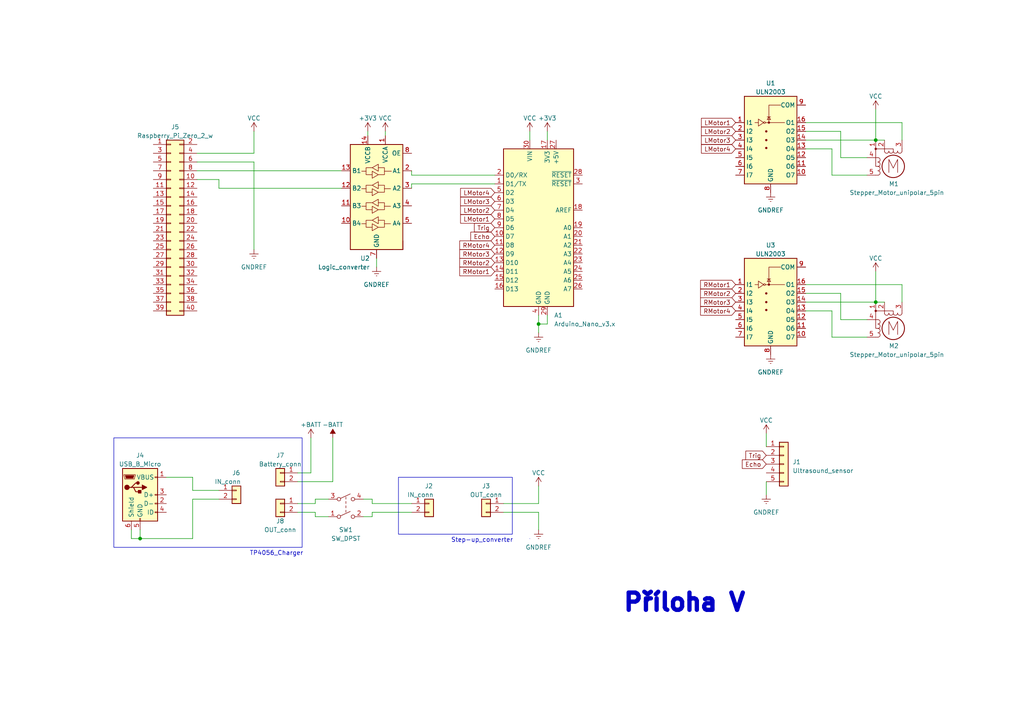
<source format=kicad_sch>
(kicad_sch (version 20230121) (generator eeschema)
  (paper "A4")
  (title_block (title "Schéma zapojení hardwaru") (date "2023-04-26"))
  (lib_symbols
    (symbol "Connector:USB_B_Micro" (pin_names (offset 1.016))
      (property "Reference" "J" (at -5.08 11.43 0))
      (property "Value" "USB_B_Micro" (at -5.08 8.89 0))
      (symbol "USB_B_Micro_0_1"
        (rectangle (start -5.08 -7.62) (end 5.08 7.62) (stroke (width 0.254)) (fill (type background)))
        (circle (center -3.81 2.159) (radius 0.635) (stroke (width 0.254)) (fill (type outline)))
        (circle (center -0.635 3.429) (radius 0.381) (stroke (width 0.254)) (fill (type outline)))
        (rectangle (start -0.127 -7.62) (end 0.127 -6.858))
        (polyline (pts (xy -1.905 2.159) (xy 0.635 2.159)) (stroke (width 0.254)))
        (polyline (pts (xy -3.175 2.159) (xy -2.54 2.159) (xy -1.27 3.429) (xy -0.635 3.429)) (stroke (width 0.254)))
        (polyline (pts (xy -2.54 2.159) (xy -1.905 2.159) (xy -1.27 0.889) (xy 0 0.889)) (stroke (width 0.254)))
        (polyline (pts (xy 0.635 2.794) (xy 0.635 1.524) (xy 1.905 2.159) (xy 0.635 2.794)) (stroke (width 0.254)) (fill (type outline)))
        (polyline (pts (xy -4.318 5.588) (xy -1.778 5.588) (xy -2.032 4.826) (xy -4.064 4.826) (xy -4.318 5.588)) (fill (type outline)))
        (polyline (pts (xy -4.699 5.842) (xy -4.699 5.588) (xy -4.445 4.826) (xy -4.445 4.572) (xy -1.651 4.572) (xy -1.651 4.826) (xy -1.397 5.588) (xy -1.397 5.842) (xy -4.699 5.842)))
        (rectangle (start 0.254 1.27) (end -0.508 0.508) (stroke (width 0.254)) (fill (type outline)))
        (rectangle (start 5.08 -5.207) (end 4.318 -4.953))
        (rectangle (start 5.08 -2.667) (end 4.318 -2.413))
        (rectangle (start 5.08 -0.127) (end 4.318 0.127))
        (rectangle (start 5.08 4.953) (end 4.318 5.207))
      )
      (symbol "USB_B_Micro_1_1"
        (pin power_out line (at 7.62 5.08 180) (length 2.54) (name "VBUS") (number "1"))
        (pin bidirectional line (at 7.62 -2.54 180) (length 2.54) (name "D-") (number "2"))
        (pin bidirectional line (at 7.62 0 180) (length 2.54) (name "D+") (number "3"))
        (pin passive line (at 7.62 -5.08 180) (length 2.54) (name "ID") (number "4"))
        (pin power_out line (at 0 -10.16 90) (length 2.54) (name "GND") (number "5"))
        (pin passive line (at -2.54 -10.16 90) (length 2.54) (name "Shield") (number "6"))
      )
    )
    (symbol "Connector_Generic:Conn_01x02" (pin_names (offset 1.016) hide)
      (property "Reference" "J" (at 0 2.54 0))
      (property "Value" "Conn_01x02" (at 0 -5.08 0))
      (symbol "Conn_01x02_1_1"
        (rectangle (start -1.27 -2.413) (end 0 -2.667) (stroke (width 0.1524)))
        (rectangle (start -1.27 0.127) (end 0 -0.127) (stroke (width 0.1524)))
        (rectangle (start -1.27 1.27) (end 1.27 -3.81) (stroke (width 0.254)) (fill (type background)))
        (pin passive line (at -5.08 0 0) (length 3.81) (name "Pin_1") (number "1"))
        (pin passive line (at -5.08 -2.54 0) (length 3.81) (name "Pin_2") (number "2"))
      )
    )
    (symbol "Connector_Generic:Conn_01x05" (pin_names (offset 1.016) hide)
      (property "Reference" "J" (at 0 7.62 0))
      (property "Value" "Conn_01x05" (at 0 -7.62 0))
      (symbol "Conn_01x05_1_1"
        (rectangle (start -1.27 -4.953) (end 0 -5.207) (stroke (width 0.1524)))
        (rectangle (start -1.27 -2.413) (end 0 -2.667) (stroke (width 0.1524)))
        (rectangle (start -1.27 0.127) (end 0 -0.127) (stroke (width 0.1524)))
        (rectangle (start -1.27 2.667) (end 0 2.413) (stroke (width 0.1524)))
        (rectangle (start -1.27 5.207) (end 0 4.953) (stroke (width 0.1524)))
        (rectangle (start -1.27 6.35) (end 1.27 -6.35) (stroke (width 0.254)) (fill (type background)))
        (pin passive line (at -5.08 5.08 0) (length 3.81) (name "Pin_1") (number "1"))
        (pin passive line (at -5.08 2.54 0) (length 3.81) (name "Pin_2") (number "2"))
        (pin passive line (at -5.08 0 0) (length 3.81) (name "Pin_3") (number "3"))
        (pin passive line (at -5.08 -2.54 0) (length 3.81) (name "Pin_4") (number "4"))
        (pin passive line (at -5.08 -5.08 0) (length 3.81) (name "Pin_5") (number "5"))
      )
    )
    (symbol "Connector_Generic:Conn_02x20_Odd_Even" (pin_names (offset 1.016) hide)
      (property "Reference" "J" (at 1.27 25.4 0))
      (property "Value" "Conn_02x20_Odd_Even" (at 1.27 -27.94 0))
      (symbol "Conn_02x20_Odd_Even_1_1"
        (rectangle (start -1.27 -25.273) (end 0 -25.527) (stroke (width 0.1524)))
        (rectangle (start -1.27 -22.733) (end 0 -22.987) (stroke (width 0.1524)))
        (rectangle (start -1.27 -20.193) (end 0 -20.447) (stroke (width 0.1524)))
        (rectangle (start -1.27 -17.653) (end 0 -17.907) (stroke (width 0.1524)))
        (rectangle (start -1.27 -15.113) (end 0 -15.367) (stroke (width 0.1524)))
        (rectangle (start -1.27 -12.573) (end 0 -12.827) (stroke (width 0.1524)))
        (rectangle (start -1.27 -10.033) (end 0 -10.287) (stroke (width 0.1524)))
        (rectangle (start -1.27 -7.493) (end 0 -7.747) (stroke (width 0.1524)))
        (rectangle (start -1.27 -4.953) (end 0 -5.207) (stroke (width 0.1524)))
        (rectangle (start -1.27 -2.413) (end 0 -2.667) (stroke (width 0.1524)))
        (rectangle (start -1.27 0.127) (end 0 -0.127) (stroke (width 0.1524)))
        (rectangle (start -1.27 2.667) (end 0 2.413) (stroke (width 0.1524)))
        (rectangle (start -1.27 5.207) (end 0 4.953) (stroke (width 0.1524)))
        (rectangle (start -1.27 7.747) (end 0 7.493) (stroke (width 0.1524)))
        (rectangle (start -1.27 10.287) (end 0 10.033) (stroke (width 0.1524)))
        (rectangle (start -1.27 12.827) (end 0 12.573) (stroke (width 0.1524)))
        (rectangle (start -1.27 15.367) (end 0 15.113) (stroke (width 0.1524)))
        (rectangle (start -1.27 17.907) (end 0 17.653) (stroke (width 0.1524)))
        (rectangle (start -1.27 20.447) (end 0 20.193) (stroke (width 0.1524)))
        (rectangle (start -1.27 22.987) (end 0 22.733) (stroke (width 0.1524)))
        (rectangle (start -1.27 24.13) (end 3.81 -26.67) (stroke (width 0.254)) (fill (type background)))
        (rectangle (start 3.81 -25.273) (end 2.54 -25.527) (stroke (width 0.1524)))
        (rectangle (start 3.81 -22.733) (end 2.54 -22.987) (stroke (width 0.1524)))
        (rectangle (start 3.81 -20.193) (end 2.54 -20.447) (stroke (width 0.1524)))
        (rectangle (start 3.81 -17.653) (end 2.54 -17.907) (stroke (width 0.1524)))
        (rectangle (start 3.81 -15.113) (end 2.54 -15.367) (stroke (width 0.1524)))
        (rectangle (start 3.81 -12.573) (end 2.54 -12.827) (stroke (width 0.1524)))
        (rectangle (start 3.81 -10.033) (end 2.54 -10.287) (stroke (width 0.1524)))
        (rectangle (start 3.81 -7.493) (end 2.54 -7.747) (stroke (width 0.1524)))
        (rectangle (start 3.81 -4.953) (end 2.54 -5.207) (stroke (width 0.1524)))
        (rectangle (start 3.81 -2.413) (end 2.54 -2.667) (stroke (width 0.1524)))
        (rectangle (start 3.81 0.127) (end 2.54 -0.127) (stroke (width 0.1524)))
        (rectangle (start 3.81 2.667) (end 2.54 2.413) (stroke (width 0.1524)))
        (rectangle (start 3.81 5.207) (end 2.54 4.953) (stroke (width 0.1524)))
        (rectangle (start 3.81 7.747) (end 2.54 7.493) (stroke (width 0.1524)))
        (rectangle (start 3.81 10.287) (end 2.54 10.033) (stroke (width 0.1524)))
        (rectangle (start 3.81 12.827) (end 2.54 12.573) (stroke (width 0.1524)))
        (rectangle (start 3.81 15.367) (end 2.54 15.113) (stroke (width 0.1524)))
        (rectangle (start 3.81 17.907) (end 2.54 17.653) (stroke (width 0.1524)))
        (rectangle (start 3.81 20.447) (end 2.54 20.193) (stroke (width 0.1524)))
        (rectangle (start 3.81 22.987) (end 2.54 22.733) (stroke (width 0.1524)))
        (pin passive line (at -5.08 22.86 0) (length 3.81) (name "Pin_1") (number "1"))
        (pin passive line (at 7.62 12.7 180) (length 3.81) (name "Pin_10") (number "10"))
        (pin passive line (at -5.08 10.16 0) (length 3.81) (name "Pin_11") (number "11"))
        (pin passive line (at 7.62 10.16 180) (length 3.81) (name "Pin_12") (number "12"))
        (pin passive line (at -5.08 7.62 0) (length 3.81) (name "Pin_13") (number "13"))
        (pin passive line (at 7.62 7.62 180) (length 3.81) (name "Pin_14") (number "14"))
        (pin passive line (at -5.08 5.08 0) (length 3.81) (name "Pin_15") (number "15"))
        (pin passive line (at 7.62 5.08 180) (length 3.81) (name "Pin_16") (number "16"))
        (pin passive line (at -5.08 2.54 0) (length 3.81) (name "Pin_17") (number "17"))
        (pin passive line (at 7.62 2.54 180) (length 3.81) (name "Pin_18") (number "18"))
        (pin passive line (at -5.08 0 0) (length 3.81) (name "Pin_19") (number "19"))
        (pin passive line (at 7.62 22.86 180) (length 3.81) (name "Pin_2") (number "2"))
        (pin passive line (at 7.62 0 180) (length 3.81) (name "Pin_20") (number "20"))
        (pin passive line (at -5.08 -2.54 0) (length 3.81) (name "Pin_21") (number "21"))
        (pin passive line (at 7.62 -2.54 180) (length 3.81) (name "Pin_22") (number "22"))
        (pin passive line (at -5.08 -5.08 0) (length 3.81) (name "Pin_23") (number "23"))
        (pin passive line (at 7.62 -5.08 180) (length 3.81) (name "Pin_24") (number "24"))
        (pin passive line (at -5.08 -7.62 0) (length 3.81) (name "Pin_25") (number "25"))
        (pin passive line (at 7.62 -7.62 180) (length 3.81) (name "Pin_26") (number "26"))
        (pin passive line (at -5.08 -10.16 0) (length 3.81) (name "Pin_27") (number "27"))
        (pin passive line (at 7.62 -10.16 180) (length 3.81) (name "Pin_28") (number "28"))
        (pin passive line (at -5.08 -12.7 0) (length 3.81) (name "Pin_29") (number "29"))
        (pin passive line (at -5.08 20.32 0) (length 3.81) (name "Pin_3") (number "3"))
        (pin passive line (at 7.62 -12.7 180) (length 3.81) (name "Pin_30") (number "30"))
        (pin passive line (at -5.08 -15.24 0) (length 3.81) (name "Pin_31") (number "31"))
        (pin passive line (at 7.62 -15.24 180) (length 3.81) (name "Pin_32") (number "32"))
        (pin passive line (at -5.08 -17.78 0) (length 3.81) (name "Pin_33") (number "33"))
        (pin passive line (at 7.62 -17.78 180) (length 3.81) (name "Pin_34") (number "34"))
        (pin passive line (at -5.08 -20.32 0) (length 3.81) (name "Pin_35") (number "35"))
        (pin passive line (at 7.62 -20.32 180) (length 3.81) (name "Pin_36") (number "36"))
        (pin passive line (at -5.08 -22.86 0) (length 3.81) (name "Pin_37") (number "37"))
        (pin passive line (at 7.62 -22.86 180) (length 3.81) (name "Pin_38") (number "38"))
        (pin passive line (at -5.08 -25.4 0) (length 3.81) (name "Pin_39") (number "39"))
        (pin passive line (at 7.62 20.32 180) (length 3.81) (name "Pin_4") (number "4"))
        (pin passive line (at 7.62 -25.4 180) (length 3.81) (name "Pin_40") (number "40"))
        (pin passive line (at -5.08 17.78 0) (length 3.81) (name "Pin_5") (number "5"))
        (pin passive line (at 7.62 17.78 180) (length 3.81) (name "Pin_6") (number "6"))
        (pin passive line (at -5.08 15.24 0) (length 3.81) (name "Pin_7") (number "7"))
        (pin passive line (at 7.62 15.24 180) (length 3.81) (name "Pin_8") (number "8"))
        (pin passive line (at -5.08 12.7 0) (length 3.81) (name "Pin_9") (number "9"))
      )
    )
    (symbol "Logic_LevelTranslator:TXB0104D"
      (property "Reference" "U" (at -6.35 16.51 0))
      (property "Value" "TXB0104D" (at 3.81 16.51 0))
      (symbol "TXB0104D_0_1"
        (rectangle (start -7.62 -15.24) (end -7.62 -12.7) (stroke (width 0.254)))
        (rectangle (start -7.62 15.24) (end 7.62 -15.24) (stroke (width 0.254)) (fill (type background)))
        (polyline (pts (xy -2.286 -7.747) (xy -2.286 -6.731) (xy -0.508 -6.731)))
        (polyline (pts (xy -2.286 -2.667) (xy -2.286 -1.651) (xy -0.508 -1.651)))
        (polyline (pts (xy -2.286 2.413) (xy -2.286 3.429) (xy -0.508 3.429)))
        (polyline (pts (xy -2.286 7.493) (xy -2.286 8.509) (xy -0.508 8.509)))
        (polyline (pts (xy 3.048 -7.747) (xy 3.048 -8.763) (xy 1.27 -8.763)))
        (polyline (pts (xy 3.048 -2.667) (xy 3.048 -3.683) (xy 1.27 -3.683)))
        (polyline (pts (xy 3.048 2.413) (xy 3.048 1.397) (xy 1.27 1.397)))
        (polyline (pts (xy 3.048 7.493) (xy 3.048 6.477) (xy 1.27 6.477)))
        (polyline (pts (xy -0.508 -8.763) (xy -2.286 -8.763) (xy -2.286 -7.747) (xy -4.064 -7.747)))
        (polyline (pts (xy -0.508 -8.763) (xy 1.27 -7.747) (xy 1.27 -9.779) (xy -0.508 -8.763)))
        (polyline (pts (xy -0.508 -3.683) (xy -2.286 -3.683) (xy -2.286 -2.667) (xy -4.064 -2.667)))
        (polyline (pts (xy -0.508 -3.683) (xy 1.27 -2.667) (xy 1.27 -4.699) (xy -0.508 -3.683)))
        (polyline (pts (xy -0.508 1.397) (xy -2.286 1.397) (xy -2.286 2.413) (xy -4.064 2.413)))
        (polyline (pts (xy -0.508 1.397) (xy 1.27 2.413) (xy 1.27 0.381) (xy -0.508 1.397)))
        (polyline (pts (xy -0.508 6.477) (xy -2.286 6.477) (xy -2.286 7.493) (xy -4.318 7.493)))
        (polyline (pts (xy -0.508 6.477) (xy 1.27 7.493) (xy 1.27 5.461) (xy -0.508 6.477)))
        (polyline (pts (xy 1.27 -6.731) (xy -0.508 -7.747) (xy -0.508 -5.715) (xy 1.27 -6.731)))
        (polyline (pts (xy 1.27 -6.731) (xy 3.048 -6.731) (xy 3.048 -7.747) (xy 4.318 -7.747)))
        (polyline (pts (xy 1.27 -1.651) (xy -0.508 -2.667) (xy -0.508 -0.635) (xy 1.27 -1.651)))
        (polyline (pts (xy 1.27 -1.651) (xy 3.048 -1.651) (xy 3.048 -2.667) (xy 4.318 -2.667)))
        (polyline (pts (xy 1.27 3.429) (xy -0.508 2.413) (xy -0.508 4.445) (xy 1.27 3.429)))
        (polyline (pts (xy 1.27 3.429) (xy 3.048 3.429) (xy 3.048 2.413) (xy 4.318 2.413)))
        (polyline (pts (xy 1.27 8.509) (xy -0.508 7.493) (xy -0.508 9.525) (xy 1.27 8.509)))
        (polyline (pts (xy 1.27 8.509) (xy 3.048 8.509) (xy 3.048 7.493) (xy 4.318 7.493)))
      )
      (symbol "TXB0104D_1_1"
        (pin power_in line (at -2.54 17.78 270) (length 2.54) (name "VCCA") (number "1"))
        (pin bidirectional line (at 10.16 -7.62 180) (length 2.54) (name "B4") (number "10"))
        (pin bidirectional line (at 10.16 -2.54 180) (length 2.54) (name "B3") (number "11"))
        (pin bidirectional line (at 10.16 2.54 180) (length 2.54) (name "B2") (number "12"))
        (pin bidirectional line (at 10.16 7.62 180) (length 2.54) (name "B1") (number "13"))
        (pin power_in line (at 2.54 17.78 270) (length 2.54) (name "VCCB") (number "14"))
        (pin bidirectional line (at -10.16 7.62 0) (length 2.54) (name "A1") (number "2"))
        (pin bidirectional line (at -10.16 2.54 0) (length 2.54) (name "A2") (number "3"))
        (pin bidirectional line (at -10.16 -2.54 0) (length 2.54) (name "A3") (number "4"))
        (pin bidirectional line (at -10.16 -7.62 0) (length 2.54) (name "A4") (number "5"))
        (pin no_connect line (at -7.62 -12.7 0) (length 2.54) hide (name "NC") (number "6"))
        (pin power_in line (at 0 -17.78 90) (length 2.54) (name "GND") (number "7"))
        (pin input line (at -10.16 12.7 0) (length 2.54) (name "OE") (number "8"))
        (pin no_connect line (at 7.62 -12.7 180) (length 2.54) hide (name "NC") (number "9"))
      )
    )
    (symbol "MCU_Module:Arduino_Nano_v3.x"
      (property "Reference" "A" (at -10.16 23.495 0))
      (property "Value" "Arduino_Nano_v3.x" (at 5.08 -24.13 0))
      (symbol "Arduino_Nano_v3.x_0_1"
        (rectangle (start -10.16 22.86) (end 10.16 -22.86) (stroke (width 0.254)) (fill (type background)))
      )
      (symbol "Arduino_Nano_v3.x_1_1"
        (pin bidirectional line (at -12.7 12.7 0) (length 2.54) (name "D1/TX") (number "1"))
        (pin bidirectional line (at -12.7 -2.54 0) (length 2.54) (name "D7") (number "10"))
        (pin bidirectional line (at -12.7 -5.08 0) (length 2.54) (name "D8") (number "11"))
        (pin bidirectional line (at -12.7 -7.62 0) (length 2.54) (name "D9") (number "12"))
        (pin bidirectional line (at -12.7 -10.16 0) (length 2.54) (name "D10") (number "13"))
        (pin bidirectional line (at -12.7 -12.7 0) (length 2.54) (name "D11") (number "14"))
        (pin bidirectional line (at -12.7 -15.24 0) (length 2.54) (name "D12") (number "15"))
        (pin bidirectional line (at -12.7 -17.78 0) (length 2.54) (name "D13") (number "16"))
        (pin power_out line (at 2.54 25.4 270) (length 2.54) (name "3V3") (number "17"))
        (pin input line (at 12.7 5.08 180) (length 2.54) (name "AREF") (number "18"))
        (pin bidirectional line (at 12.7 0 180) (length 2.54) (name "A0") (number "19"))
        (pin bidirectional line (at -12.7 15.24 0) (length 2.54) (name "D0/RX") (number "2"))
        (pin bidirectional line (at 12.7 -2.54 180) (length 2.54) (name "A1") (number "20"))
        (pin bidirectional line (at 12.7 -5.08 180) (length 2.54) (name "A2") (number "21"))
        (pin bidirectional line (at 12.7 -7.62 180) (length 2.54) (name "A3") (number "22"))
        (pin bidirectional line (at 12.7 -10.16 180) (length 2.54) (name "A4") (number "23"))
        (pin bidirectional line (at 12.7 -12.7 180) (length 2.54) (name "A5") (number "24"))
        (pin bidirectional line (at 12.7 -15.24 180) (length 2.54) (name "A6") (number "25"))
        (pin bidirectional line (at 12.7 -17.78 180) (length 2.54) (name "A7") (number "26"))
        (pin power_out line (at 5.08 25.4 270) (length 2.54) (name "+5V") (number "27"))
        (pin input line (at 12.7 15.24 180) (length 2.54) (name "~{RESET}") (number "28"))
        (pin power_in line (at 2.54 -25.4 90) (length 2.54) (name "GND") (number "29"))
        (pin input line (at 12.7 12.7 180) (length 2.54) (name "~{RESET}") (number "3"))
        (pin power_in line (at -2.54 25.4 270) (length 2.54) (name "VIN") (number "30"))
        (pin power_in line (at 0 -25.4 90) (length 2.54) (name "GND") (number "4"))
        (pin bidirectional line (at -12.7 10.16 0) (length 2.54) (name "D2") (number "5"))
        (pin bidirectional line (at -12.7 7.62 0) (length 2.54) (name "D3") (number "6"))
        (pin bidirectional line (at -12.7 5.08 0) (length 2.54) (name "D4") (number "7"))
        (pin bidirectional line (at -12.7 2.54 0) (length 2.54) (name "D5") (number "8"))
        (pin bidirectional line (at -12.7 0 0) (length 2.54) (name "D6") (number "9"))
      )
    )
    (symbol "Motor:Stepper_Motor_unipolar_5pin" (pin_names (offset 0) hide)
      (property "Reference" "M" (at 3.81 2.54 0))
      (property "Value" "Stepper_Motor_unipolar_5pin" (at 3.81 1.27 0))
      (symbol "Stepper_Motor_unipolar_5pin_0_0"
        (polyline (pts (xy -1.27 -1.778) (xy -1.27 2.032) (xy 0 -0.508) (xy 1.27 2.032) (xy 1.27 -1.778)))
      )
      (symbol "Stepper_Motor_unipolar_5pin_0_1"
        (circle (center -5.08 5.08) (radius 0.0001) (fill (type outline)))
        (circle (center -5.08 5.08) (radius 0.254) (fill (type outline)))
        (arc (start -4.445 -2.54) (mid -3.8127 -1.905) (end -4.445 -1.27))
        (arc (start -4.445 -1.27) (mid -3.8127 -0.635) (end -4.445 0))
        (arc (start -4.445 0) (mid -3.8127 0.635) (end -4.445 1.27))
        (arc (start -4.445 1.27) (mid -3.8127 1.905) (end -4.445 2.54))
        (arc (start -2.54 4.445) (mid -1.905 3.8127) (end -1.27 4.445))
        (arc (start -1.27 4.445) (mid -0.635 3.8127) (end 0 4.445))
        (polyline (pts (xy -5.08 -2.54) (xy -4.445 -2.54)))
        (polyline (pts (xy -5.08 2.54) (xy -4.445 2.54)))
        (polyline (pts (xy -2.54 4.445) (xy -2.54 5.08)))
        (polyline (pts (xy 2.54 4.445) (xy 2.54 5.08)))
        (polyline (pts (xy -5.08 5.08) (xy -5.08 0) (xy -4.445 0)))
        (polyline (pts (xy 0 4.445) (xy 0 5.08) (xy -5.08 5.08)))
        (circle (center 0 0) (radius 3.2512) (stroke (width 0.254)))
        (arc (start 0 4.445) (mid 0.635 3.8127) (end 1.27 4.445))
        (arc (start 1.27 4.445) (mid 1.905 3.8127) (end 2.54 4.445))
      )
      (symbol "Stepper_Motor_unipolar_5pin_1_1"
        (pin passive line (at -5.08 7.62 270) (length 2.54) (name "~") (number "1"))
        (pin passive line (at -2.54 7.62 270) (length 2.54) (name "~") (number "2"))
        (pin passive line (at 2.54 7.62 270) (length 2.54) (name "-") (number "3"))
        (pin passive line (at -7.62 2.54 0) (length 2.54) (name "~") (number "4"))
        (pin passive line (at -7.62 -2.54 0) (length 2.54) (name "~") (number "5"))
      )
    )
    (symbol "Switch:SW_DPST" (pin_names (offset 0) hide)
      (property "Reference" "SW" (at 0 5.08 0))
      (property "Value" "SW_DPST" (at 0 -5.08 0))
      (symbol "SW_DPST_0_0"
        (circle (center -2.032 -2.54) (radius 0.508))
        (circle (center -2.032 2.54) (radius 0.508))
        (polyline (pts (xy -1.524 -2.286) (xy 1.27 -1.016)))
        (polyline (pts (xy -1.524 2.794) (xy 1.27 4.064)))
        (polyline (pts (xy 0 -1.27) (xy 0 -0.635)))
        (polyline (pts (xy 0 0) (xy 0 0.635)))
        (polyline (pts (xy 0 1.27) (xy 0 1.905)))
        (polyline (pts (xy 0 2.54) (xy 0 3.175)))
        (circle (center 2.032 -2.54) (radius 0.508))
        (circle (center 2.032 2.54) (radius 0.508))
      )
      (symbol "SW_DPST_1_1"
        (pin passive line (at -5.08 -2.54 0) (length 2.54) (name "1") (number "1"))
        (pin passive line (at 5.08 -2.54 180) (length 2.54) (name "2") (number "2"))
        (pin passive line (at -5.08 2.54 0) (length 2.54) (name "3") (number "3"))
        (pin passive line (at 5.08 2.54 180) (length 2.54) (name "4") (number "4"))
      )
    )
    (symbol "Transistor_Array:ULN2003"
      (property "Reference" "U" (at 0 15.875 0))
      (property "Value" "ULN2003" (at 0 13.97 0))
      (symbol "ULN2003_0_1"
        (rectangle (start -7.62 -12.7) (end 7.62 12.7) (stroke (width 0.254)) (fill (type background)))
        (circle (center -1.778 5.08) (radius 0.254))
        (circle (center -1.27 -2.286) (radius 0.254) (fill (type outline)))
        (circle (center -1.27 0) (radius 0.254) (fill (type outline)))
        (circle (center -1.27 2.54) (radius 0.254) (fill (type outline)))
        (circle (center -0.508 5.08) (radius 0.254) (fill (type outline)))
        (polyline (pts (xy -4.572 5.08) (xy -3.556 5.08)))
        (polyline (pts (xy -1.524 5.08) (xy 4.064 5.08)))
        (polyline (pts (xy 0 6.731) (xy -1.016 6.731)))
        (polyline (pts (xy -0.508 5.08) (xy -0.508 10.16) (xy 2.921 10.16)))
        (polyline (pts (xy -3.556 6.096) (xy -3.556 4.064) (xy -2.032 5.08) (xy -3.556 6.096)))
        (polyline (pts (xy 0 5.969) (xy -1.016 5.969) (xy -0.508 6.731) (xy 0 5.969)))
      )
      (symbol "ULN2003_1_1"
        (pin input line (at -10.16 5.08 0) (length 2.54) (name "I1") (number "1"))
        (pin open_collector line (at 10.16 -10.16 180) (length 2.54) (name "O7") (number "10"))
        (pin open_collector line (at 10.16 -7.62 180) (length 2.54) (name "O6") (number "11"))
        (pin open_collector line (at 10.16 -5.08 180) (length 2.54) (name "O5") (number "12"))
        (pin open_collector line (at 10.16 -2.54 180) (length 2.54) (name "O4") (number "13"))
        (pin open_collector line (at 10.16 0 180) (length 2.54) (name "O3") (number "14"))
        (pin open_collector line (at 10.16 2.54 180) (length 2.54) (name "O2") (number "15"))
        (pin open_collector line (at 10.16 5.08 180) (length 2.54) (name "O1") (number "16"))
        (pin input line (at -10.16 2.54 0) (length 2.54) (name "I2") (number "2"))
        (pin input line (at -10.16 0 0) (length 2.54) (name "I3") (number "3"))
        (pin input line (at -10.16 -2.54 0) (length 2.54) (name "I4") (number "4"))
        (pin input line (at -10.16 -5.08 0) (length 2.54) (name "I5") (number "5"))
        (pin input line (at -10.16 -7.62 0) (length 2.54) (name "I6") (number "6"))
        (pin input line (at -10.16 -10.16 0) (length 2.54) (name "I7") (number "7"))
        (pin power_in line (at 0 -15.24 90) (length 2.54) (name "GND") (number "8"))
        (pin passive line (at 10.16 10.16 180) (length 2.54) (name "COM") (number "9"))
      )
    )
    (symbol "power:+3V3" (power) (pin_names (offset 0))
      (property "Value" "+3V3" (at 0 3.556 0))
      (symbol "+3V3_0_1"
        (polyline (pts (xy -0.762 1.27) (xy 0 2.54)))
        (polyline (pts (xy 0 0) (xy 0 2.54)))
        (polyline (pts (xy 0 2.54) (xy 0.762 1.27)))
      )
      (symbol "+3V3_1_1"
        (pin power_in line (at 0 0 90) (length 0) hide (name "+3V3") (number "1"))
      )
    )
    (symbol "power:+BATT" (power) (pin_names (offset 0))
      (property "Value" "+BATT" (at 0 3.556 0))
      (symbol "+BATT_0_1"
        (polyline (pts (xy -0.762 1.27) (xy 0 2.54)))
        (polyline (pts (xy 0 0) (xy 0 2.54)))
        (polyline (pts (xy 0 2.54) (xy 0.762 1.27)))
      )
      (symbol "+BATT_1_1"
        (pin power_in line (at 0 0 90) (length 0) hide (name "+BATT") (number "1"))
      )
    )
    (symbol "power:-BATT" (power) (pin_names (offset 0))
      (property "Value" "-BATT" (at 0 3.556 0))
      (symbol "-BATT_0_1"
        (polyline (pts (xy 0 0) (xy 0 2.54)))
        (polyline (pts (xy 0.762 1.27) (xy -0.762 1.27) (xy 0 2.54) (xy 0.762 1.27)) (fill (type outline)))
      )
      (symbol "-BATT_1_1"
        (pin power_in line (at 0 0 90) (length 0) hide (name "-BATT") (number "1"))
      )
    )
    (symbol "power:GNDREF" (power) (pin_names (offset 0))
      (property "Value" "GNDREF" (at 0 -3.81 0))
      (symbol "GNDREF_0_1"
        (polyline (pts (xy -0.635 -1.905) (xy 0.635 -1.905)))
        (polyline (pts (xy -0.127 -2.54) (xy 0.127 -2.54)))
        (polyline (pts (xy 0 -1.27) (xy 0 0)))
        (polyline (pts (xy 1.27 -1.27) (xy -1.27 -1.27)))
      )
      (symbol "GNDREF_1_1"
        (pin power_in line (at 0 0 270) (length 0) hide (name "GNDREF") (number "1"))
      )
    )
    (symbol "power:VCC" (power) (pin_names (offset 0))
      (property "Value" "VCC" (at 0 3.81 0))
      (symbol "VCC_0_1"
        (polyline (pts (xy -0.762 1.27) (xy 0 2.54)))
        (polyline (pts (xy 0 0) (xy 0 2.54)))
        (polyline (pts (xy 0 2.54) (xy 0.762 1.27)))
      )
      (symbol "VCC_1_1"
        (pin power_in line (at 0 0 90) (length 0) hide (name "VCC") (number "1"))
      )
    )
  )
  (junction (at 254 87.63))
  (junction (at 40.64 156.21))
  (junction (at 156.21 93.98))
  (junction (at 254 40.64))
  (wire (pts (xy 254 87.63) (xy 233.68 87.63)))
  (wire (pts (xy 254 40.64) (xy 233.68 40.64)))
  (wire (pts (xy 261.62 82.55) (xy 233.68 82.55)))
  (wire (pts (xy 156.21 148.59) (xy 146.05 148.59)))
  (wire (pts (xy 158.75 93.98) (xy 156.21 93.98)))
  (wire (pts (xy 107.95 146.05) (xy 107.95 144.78)))
  (wire (pts (xy 55.88 142.24) (xy 63.5 142.24)))
  (wire (pts (xy 243.84 38.1) (xy 233.68 38.1)))
  (wire (pts (xy 153.67 38.1) (xy 153.67 40.64)))
  (wire (pts (xy 119.38 50.8) (xy 119.38 49.53)))
  (wire (pts (xy 156.21 140.97) (xy 156.21 146.05)))
  (wire (pts (xy 222.25 125.73) (xy 222.25 129.54)))
  (wire (pts (xy 40.64 156.21) (xy 40.64 153.67)))
  (wire (pts (xy 91.44 144.78) (xy 91.44 146.05)))
  (wire (pts (xy 241.3 50.8) (xy 241.3 43.18)))
  (wire (pts (xy 63.5 54.61) (xy 63.5 52.07)))
  (wire (pts (xy 241.3 97.79) (xy 241.3 90.17)))
  (wire (pts (xy 243.84 85.09) (xy 233.68 85.09)))
  (wire (pts (xy 106.68 38.1) (xy 106.68 39.37)))
  (wire (pts (xy 40.64 156.21) (xy 55.88 156.21)))
  (wire (pts (xy 95.25 149.86) (xy 91.44 149.86)))
  (wire (pts (xy 48.26 138.43) (xy 55.88 138.43)))
  (wire (pts (xy 119.38 148.59) (xy 107.95 148.59)))
  (wire (pts (xy 99.06 54.61) (xy 63.5 54.61)))
  (wire (pts (xy 156.21 146.05) (xy 146.05 146.05)))
  (wire (pts (xy 107.95 148.59) (xy 107.95 149.86)))
  (wire (pts (xy 261.62 87.63) (xy 261.62 82.55)))
  (wire (pts (xy 91.44 144.78) (xy 95.25 144.78)))
  (wire (pts (xy 261.62 40.64) (xy 261.62 35.56)))
  (wire (pts (xy 63.5 52.07) (xy 57.15 52.07)))
  (wire (pts (xy 119.38 53.34) (xy 143.51 53.34)))
  (wire (pts (xy 91.44 146.05) (xy 86.36 146.05)))
  (wire (pts (xy 241.3 90.17) (xy 233.68 90.17)))
  (wire (pts (xy 254 31.75) (xy 254 40.64)))
  (wire (pts (xy 90.17 137.16) (xy 90.17 127)))
  (wire (pts (xy 86.36 139.7) (xy 96.52 139.7)))
  (wire (pts (xy 222.25 143.51) (xy 222.25 139.7)))
  (wire (pts (xy 38.1 156.21) (xy 40.64 156.21)))
  (wire (pts (xy 119.38 50.8) (xy 143.51 50.8)))
  (wire (pts (xy 73.66 38.1) (xy 73.66 44.45)))
  (wire (pts (xy 251.46 45.72) (xy 243.84 45.72)))
  (wire (pts (xy 107.95 146.05) (xy 119.38 146.05)))
  (wire (pts (xy 156.21 93.98) (xy 156.21 96.52)))
  (wire (pts (xy 158.75 91.44) (xy 158.75 93.98)))
  (wire (pts (xy 254 78.74) (xy 254 87.63)))
  (wire (pts (xy 96.52 139.7) (xy 96.52 127)))
  (wire (pts (xy 86.36 137.16) (xy 90.17 137.16)))
  (wire (pts (xy 241.3 43.18) (xy 233.68 43.18)))
  (wire (pts (xy 158.75 38.1) (xy 158.75 40.64)))
  (wire (pts (xy 57.15 49.53) (xy 99.06 49.53)))
  (wire (pts (xy 105.41 144.78) (xy 107.95 144.78)))
  (wire (pts (xy 156.21 91.44) (xy 156.21 93.98)))
  (wire (pts (xy 111.76 38.1) (xy 111.76 39.37)))
  (wire (pts (xy 251.46 92.71) (xy 243.84 92.71)))
  (wire (pts (xy 73.66 72.39) (xy 73.66 46.99)))
  (wire (pts (xy 243.84 45.72) (xy 243.84 38.1)))
  (wire (pts (xy 73.66 46.99) (xy 57.15 46.99)))
  (wire (pts (xy 251.46 97.79) (xy 241.3 97.79)))
  (wire (pts (xy 73.66 44.45) (xy 57.15 44.45)))
  (wire (pts (xy 38.1 156.21) (xy 38.1 153.67)))
  (wire (pts (xy 119.38 53.34) (xy 119.38 54.61)))
  (wire (pts (xy 107.95 149.86) (xy 105.41 149.86)))
  (wire (pts (xy 55.88 156.21) (xy 55.88 144.78)))
  (wire (pts (xy 109.22 77.47) (xy 109.22 74.93)))
  (wire (pts (xy 256.54 40.64) (xy 254 40.64)))
  (wire (pts (xy 251.46 50.8) (xy 241.3 50.8)))
  (wire (pts (xy 256.54 87.63) (xy 254 87.63)))
  (wire (pts (xy 55.88 144.78) (xy 63.5 144.78)))
  (wire (pts (xy 91.44 148.59) (xy 86.36 148.59)))
  (wire (pts (xy 156.21 153.67) (xy 156.21 148.59)))
  (wire (pts (xy 55.88 138.43) (xy 55.88 142.24)))
  (wire (pts (xy 91.44 149.86) (xy 91.44 148.59)))
  (wire (pts (xy 261.62 35.56) (xy 233.68 35.56)))
  (wire (pts (xy 243.84 92.71) (xy 243.84 85.09)))
  (rectangle (start 115.57 138.43) (end 148.59 154.94))
  (rectangle (start 153.67 156.21) (end 153.67 156.21))
  (rectangle (start 33.02 127) (end 87.63 158.75))
  (text "Příloha V" (at 180.34 177.8 0) (effects (font (size 5 5) (thickness 1.4) bold) (justify left bottom)))
  (text "Step-up_converter" (at 130.81 157.48 0) (effects (font (size 1.27 1.27)) (justify left bottom)))
  (text "TP4056_Charger" (at 72.39 161.29 0) (effects (font (size 1.27 1.27)) (justify left bottom)))
  (global_label "LMotor3" (shape input) (at 143.51 58.42 180) (property "Intersheetrefs" "${INTERSHEET_REFS}" (effects hide)))
  (global_label "LMotor1" (shape input) (at 213.36 35.56 180) (property "Intersheetrefs" "${INTERSHEET_REFS}" (effects hide)))
  (global_label "RMotor1" (shape input) (at 213.36 82.55 180) (property "Intersheetrefs" "${INTERSHEET_REFS}" (effects hide)))
  (global_label "Trig" (shape input) (at 222.25 132.08 180) (property "Intersheetrefs" "${INTERSHEET_REFS}" (effects hide)))
  (global_label "Echo" (shape input) (at 143.51 68.58 180) (property "Intersheetrefs" "${INTERSHEET_REFS}" (effects hide)))
  (global_label "LMotor2" (shape input) (at 213.36 38.1 180) (property "Intersheetrefs" "${INTERSHEET_REFS}" (effects hide)))
  (global_label "Echo" (shape input) (at 222.25 134.62 180) (property "Intersheetrefs" "${INTERSHEET_REFS}" (effects hide)))
  (global_label "Trig" (shape input) (at 143.51 66.04 180) (property "Intersheetrefs" "${INTERSHEET_REFS}" (effects hide)))
  (global_label "RMotor2" (shape input) (at 143.51 76.2 180) (property "Intersheetrefs" "${INTERSHEET_REFS}" (effects hide)))
  (global_label "RMotor3" (shape input) (at 143.51 73.66 180) (property "Intersheetrefs" "${INTERSHEET_REFS}" (effects hide)))
  (global_label "LMotor3" (shape input) (at 213.36 40.64 180) (property "Intersheetrefs" "${INTERSHEET_REFS}" (effects hide)))
  (global_label "RMotor1" (shape input) (at 143.51 78.74 180) (property "Intersheetrefs" "${INTERSHEET_REFS}" (effects hide)))
  (global_label "RMotor4" (shape input) (at 143.51 71.12 180) (property "Intersheetrefs" "${INTERSHEET_REFS}" (effects hide)))
  (global_label "LMotor4" (shape input) (at 213.36 43.18 180) (property "Intersheetrefs" "${INTERSHEET_REFS}" (effects hide)))
  (global_label "LMotor2" (shape input) (at 143.51 60.96 180) (property "Intersheetrefs" "${INTERSHEET_REFS}" (effects hide)))
  (global_label "RMotor4" (shape input) (at 213.36 90.17 180) (property "Intersheetrefs" "${INTERSHEET_REFS}" (effects hide)))
  (global_label "RMotor3" (shape input) (at 213.36 87.63 180) (property "Intersheetrefs" "${INTERSHEET_REFS}" (effects hide)))
  (global_label "LMotor1" (shape input) (at 143.51 63.5 180) (property "Intersheetrefs" "${INTERSHEET_REFS}" (effects hide)))
  (global_label "LMotor4" (shape input) (at 143.51 55.88 180) (property "Intersheetrefs" "${INTERSHEET_REFS}" (effects hide)))
  (global_label "RMotor2" (shape input) (at 213.36 85.09 180) (property "Intersheetrefs" "${INTERSHEET_REFS}" (effects hide)))
  (symbol (lib_id "Transistor_Array:ULN2003") (at 223.52 87.63 0) (unit 1)
    (property "Reference" "U3" (at 223.52 71.12 0))
    (property "Value" "ULN2003" (at 223.52 73.66 0))
    (property "Footprint" "Package_DIP:DIP-16_W7.62mm" (effects hide))
    (property "Datasheet" "http://www.ti.com/lit/ds/symlink/uln2003a.pdf" (effects hide))
  )
  (symbol (lib_id "Switch:SW_DPST") (at 100.33 147.32 0) (unit 1)
    (property "Reference" "SW1" (at 100.33 153.67 0))
    (property "Value" "SW_DPST" (at 100.33 156.21 0))
  )
  (symbol (lib_id "Logic_LevelTranslator:TXB0104D") (at 109.22 57.15 0) (mirror y) (unit 1)
    (property "Reference" "U2" (at 107.2641 74.93 0) (effects (justify left)))
    (property "Value" "Logic_converter" (at 107.2641 77.47 0) (effects (justify left)))
    (property "Footprint" "Package_SO:SOIC-14_3.9x8.7mm_P1.27mm" (effects hide))
    (property "Datasheet" "http://www.ti.com/lit/ds/symlink/txb0104.pdf" (effects hide))
  )
  (symbol (lib_id "power:VCC") (at 254 31.75 0) (unit 1)
    (property "Reference" "#PWR03" (effects hide))
    (property "Value" "VCC" (at 254 27.94 0))
  )
  (symbol (lib_id "power:GNDREF") (at 156.21 96.52 0) (unit 1)
    (property "Reference" "#PWR08" (effects hide))
    (property "Value" "GNDREF" (at 156.21 101.6 0))
  )
  (symbol (lib_id "power:GNDREF") (at 222.25 143.51 0) (unit 1)
    (property "Reference" "#PWR010" (effects hide))
    (property "Value" "GNDREF" (at 222.25 148.59 0))
  )
  (symbol (lib_id "MCU_Module:Arduino_Nano_v3.x") (at 156.21 66.04 0) (unit 1)
    (property "Reference" "A1" (at 160.7059 91.44 0) (effects (justify left)))
    (property "Value" "Arduino_Nano_v3.x" (at 160.7059 93.98 0) (effects (justify left)))
    (property "Footprint" "Module:Arduino_Nano" (effects hide))
    (property "Datasheet" "http://www.mouser.com/pdfdocs/Gravitech_Arduino_Nano3_0.pdf" (effects hide))
  )
  (symbol (lib_id "power:GNDREF") (at 223.52 102.87 0) (mirror y) (unit 1)
    (property "Reference" "#PWR016" (effects hide))
    (property "Value" "GNDREF" (at 223.52 107.95 0))
  )
  (symbol (lib_id "power:GNDREF") (at 156.21 153.67 0) (unit 1)
    (property "Reference" "#PWR07" (effects hide))
    (property "Value" "GNDREF" (at 156.21 158.75 0))
  )
  (symbol (lib_id "power:VCC") (at 156.21 140.97 0) (unit 1)
    (property "Reference" "#PWR06" (effects hide))
    (property "Value" "VCC" (at 156.21 137.16 0))
  )
  (symbol (lib_id "Connector:USB_B_Micro") (at 40.64 143.51 0) (unit 1)
    (property "Reference" "J4" (at 40.64 132.08 0))
    (property "Value" "USB_B_Micro" (at 40.64 134.62 0))
  )
  (symbol (lib_id "power:VCC") (at 153.67 38.1 0) (unit 1)
    (property "Reference" "#PWR02" (effects hide))
    (property "Value" "VCC" (at 153.67 34.29 0))
  )
  (symbol (lib_id "Connector_Generic:Conn_02x20_Odd_Even") (at 49.53 64.77 0) (unit 1)
    (property "Reference" "J5" (at 50.8 36.83 0))
    (property "Value" "Raspberry_Pi_Zero_2_w" (at 50.8 39.37 0))
  )
  (symbol (lib_id "Transistor_Array:ULN2003") (at 223.52 40.64 0) (unit 1)
    (property "Reference" "U1" (at 223.52 24.13 0))
    (property "Value" "ULN2003" (at 223.52 26.67 0))
    (property "Footprint" "Package_DIP:DIP-16_W7.62mm" (effects hide))
    (property "Datasheet" "http://www.ti.com/lit/ds/symlink/uln2003a.pdf" (effects hide))
  )
  (symbol (lib_id "Connector_Generic:Conn_01x02") (at 81.28 137.16 0) (mirror y) (unit 1)
    (property "Reference" "J7" (at 81.28 132.08 0))
    (property "Value" "Battery_conn" (at 81.28 134.62 0))
  )
  (symbol (lib_id "Motor:Stepper_Motor_unipolar_5pin") (at 259.08 48.26 0) (unit 1)
    (property "Reference" "M1" (at 257.81 53.34 0) (effects (justify left)))
    (property "Value" "Stepper_Motor_unipolar_5pin" (at 246.38 55.88 0) (effects (justify left)))
    (property "Footprint" "Connector_PinHeader_2.54mm:PinHeader_1x05_P2.54mm_Vertical" (effects hide))
    (property "Datasheet" "http://www.infineon.com/dgdl/Application-Note-TLE8110EE_driving_UniPolarStepperMotor_V1.1.pdf?fileId=db3a30431be39b97011be5d0aa0a00b0" (effects hide))
  )
  (symbol (lib_id "power:+BATT") (at 90.17 127 0) (unit 1)
    (property "Reference" "#PWR04" (effects hide))
    (property "Value" "+BATT" (at 90.17 123.19 0))
  )
  (symbol (lib_id "power:VCC") (at 73.66 38.1 0) (unit 1)
    (property "Reference" "#PWR012" (effects hide))
    (property "Value" "VCC" (at 73.66 34.29 0))
  )
  (symbol (lib_id "Connector_Generic:Conn_01x02") (at 124.46 146.05 0) (unit 1)
    (property "Reference" "J2" (at 123.19 140.97 0) (effects (justify left)))
    (property "Value" "IN_conn" (at 118.11 143.51 0) (effects (justify left)))
  )
  (symbol (lib_id "power:+3V3") (at 106.68 38.1 0) (unit 1)
    (property "Reference" "#PWR014" (effects hide))
    (property "Value" "+3V3" (at 106.68 34.29 0))
  )
  (symbol (lib_id "Motor:Stepper_Motor_unipolar_5pin") (at 259.08 95.25 0) (unit 1)
    (property "Reference" "M2" (at 257.81 100.33 0) (effects (justify left)))
    (property "Value" "Stepper_Motor_unipolar_5pin" (at 246.38 102.87 0) (effects (justify left)))
    (property "Footprint" "Connector_PinHeader_2.54mm:PinHeader_1x05_P2.54mm_Vertical" (effects hide))
    (property "Datasheet" "http://www.infineon.com/dgdl/Application-Note-TLE8110EE_driving_UniPolarStepperMotor_V1.1.pdf?fileId=db3a30431be39b97011be5d0aa0a00b0" (effects hide))
  )
  (symbol (lib_id "power:GNDREF") (at 109.22 77.47 0) (unit 1)
    (property "Reference" "#PWR018" (effects hide))
    (property "Value" "GNDREF" (at 109.22 82.55 0))
  )
  (symbol (lib_id "Connector_Generic:Conn_01x02") (at 68.58 142.24 0) (unit 1)
    (property "Reference" "J6" (at 67.31 137.16 0) (effects (justify left)))
    (property "Value" "IN_conn" (at 62.23 139.7 0) (effects (justify left)))
  )
  (symbol (lib_id "power:GNDREF") (at 223.52 55.88 0) (mirror y) (unit 1)
    (property "Reference" "#PWR09" (effects hide))
    (property "Value" "GNDREF" (at 223.52 60.96 0))
  )
  (symbol (lib_id "Connector_Generic:Conn_01x02") (at 81.28 146.05 0) (mirror y) (unit 1)
    (property "Reference" "J8" (at 81.28 151.13 0))
    (property "Value" "OUT_conn" (at 81.28 153.67 0))
  )
  (symbol (lib_id "Connector_Generic:Conn_01x02") (at 140.97 146.05 0) (mirror y) (unit 1)
    (property "Reference" "J3" (at 140.97 140.97 0))
    (property "Value" "OUT_conn" (at 140.97 143.51 0))
  )
  (symbol (lib_id "Connector_Generic:Conn_01x05") (at 227.33 134.62 0) (unit 1)
    (property "Reference" "J1" (at 229.87 133.985 0) (effects (justify left)))
    (property "Value" "Ultrasound_sensor" (at 229.87 136.525 0) (effects (justify left)))
  )
  (symbol (lib_id "power:-BATT") (at 96.52 127 0) (unit 1)
    (property "Reference" "#PWR05" (effects hide))
    (property "Value" "-BATT" (at 96.52 123.19 0))
  )
  (symbol (lib_id "power:GNDREF") (at 73.66 72.39 0) (unit 1)
    (property "Reference" "#PWR011" (effects hide))
    (property "Value" "GNDREF" (at 73.66 77.47 0))
  )
  (symbol (lib_id "power:VCC") (at 222.25 125.73 0) (unit 1)
    (property "Reference" "#PWR01" (effects hide))
    (property "Value" "VCC" (at 222.25 121.92 0))
  )
  (symbol (lib_id "power:VCC") (at 254 78.74 0) (unit 1)
    (property "Reference" "#PWR017" (effects hide))
    (property "Value" "VCC" (at 254 74.93 0))
  )
  (symbol (lib_id "power:VCC") (at 111.76 38.1 0) (unit 1)
    (property "Reference" "#PWR015" (effects hide))
    (property "Value" "VCC" (at 111.76 34.29 0))
  )
  (symbol (lib_id "power:+3V3") (at 158.75 38.1 0) (unit 1)
    (property "Reference" "#PWR013" (effects hide))
    (property "Value" "+3V3" (at 158.75 34.29 0))
  )
)
</source>
